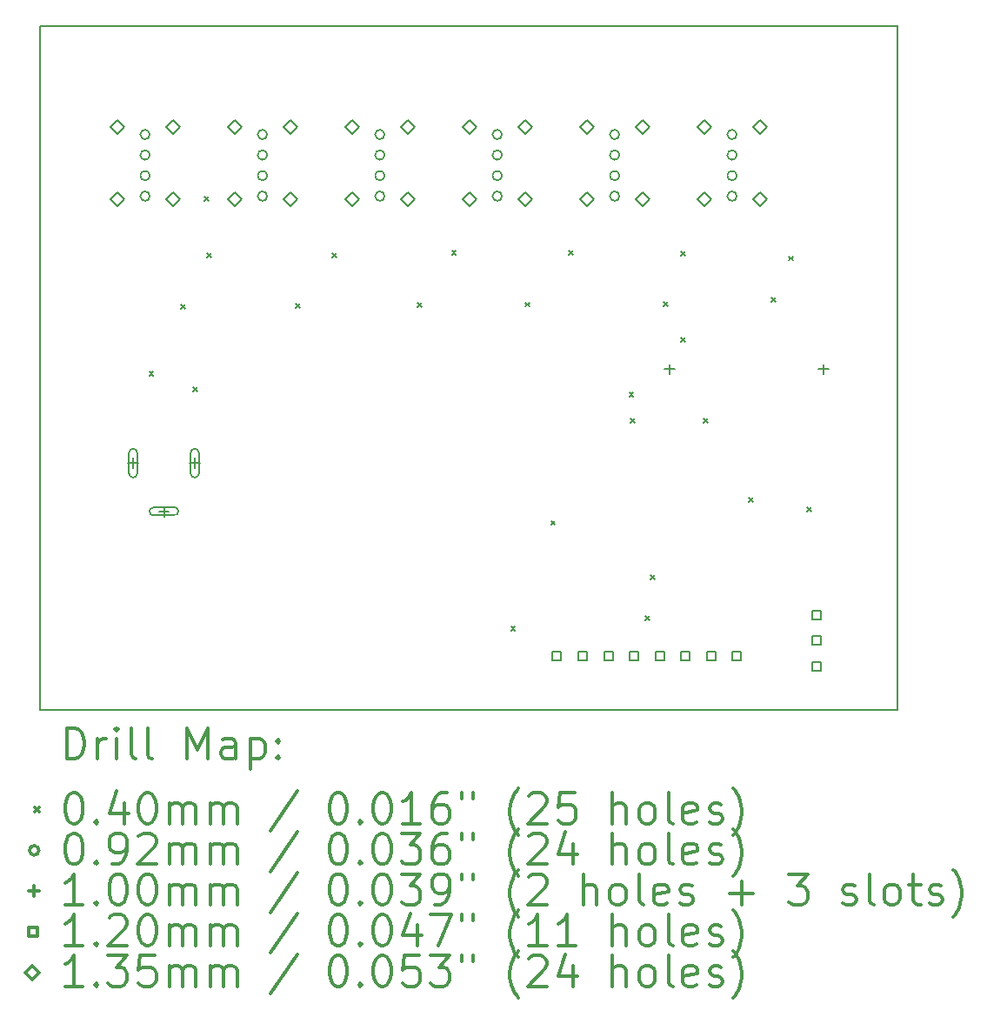
<source format=gbr>
%FSLAX45Y45*%
G04 Gerber Fmt 4.5, Leading zero omitted, Abs format (unit mm)*
G04 Created by KiCad (PCBNEW 4.0.1-stable) date 25.04.2016 17:12:57*
%MOMM*%
G01*
G04 APERTURE LIST*
%ADD10C,0.127000*%
%ADD11C,0.150000*%
%ADD12C,0.200000*%
%ADD13C,0.300000*%
G04 APERTURE END LIST*
D10*
D11*
X10030000Y-6540000D02*
X18380000Y-6540000D01*
X10030000Y-13200000D02*
X10030000Y-6540000D01*
X18380000Y-13200000D02*
X10030000Y-13200000D01*
X18380000Y-6530000D02*
X18380000Y-13200000D01*
D12*
X11097500Y-9907500D02*
X11137500Y-9947500D01*
X11137500Y-9907500D02*
X11097500Y-9947500D01*
X11407500Y-9255000D02*
X11447500Y-9295000D01*
X11447500Y-9255000D02*
X11407500Y-9295000D01*
X11522500Y-10055000D02*
X11562500Y-10095000D01*
X11562500Y-10055000D02*
X11522500Y-10095000D01*
X11632500Y-8202500D02*
X11672500Y-8242500D01*
X11672500Y-8202500D02*
X11632500Y-8242500D01*
X11660000Y-8755000D02*
X11700000Y-8795000D01*
X11700000Y-8755000D02*
X11660000Y-8795000D01*
X12522500Y-9242500D02*
X12562500Y-9282500D01*
X12562500Y-9242500D02*
X12522500Y-9282500D01*
X12880000Y-8752500D02*
X12920000Y-8792500D01*
X12920000Y-8752500D02*
X12880000Y-8792500D01*
X13707500Y-9237500D02*
X13747500Y-9277500D01*
X13747500Y-9237500D02*
X13707500Y-9277500D01*
X14042500Y-8730000D02*
X14082500Y-8770000D01*
X14082500Y-8730000D02*
X14042500Y-8770000D01*
X14620000Y-12385000D02*
X14660000Y-12425000D01*
X14660000Y-12385000D02*
X14620000Y-12425000D01*
X14757500Y-9232500D02*
X14797500Y-9272500D01*
X14797500Y-9232500D02*
X14757500Y-9272500D01*
X15007500Y-11357500D02*
X15047500Y-11397500D01*
X15047500Y-11357500D02*
X15007500Y-11397500D01*
X15182500Y-8727500D02*
X15222500Y-8767500D01*
X15222500Y-8727500D02*
X15182500Y-8767500D01*
X15770000Y-10110000D02*
X15810000Y-10150000D01*
X15810000Y-10110000D02*
X15770000Y-10150000D01*
X15785000Y-10362500D02*
X15825000Y-10402500D01*
X15825000Y-10362500D02*
X15785000Y-10402500D01*
X15930000Y-12282500D02*
X15970000Y-12322500D01*
X15970000Y-12282500D02*
X15930000Y-12322500D01*
X15977500Y-11887500D02*
X16017500Y-11927500D01*
X16017500Y-11887500D02*
X15977500Y-11927500D01*
X16105000Y-9227500D02*
X16145000Y-9267500D01*
X16145000Y-9227500D02*
X16105000Y-9267500D01*
X16272500Y-8735000D02*
X16312500Y-8775000D01*
X16312500Y-8735000D02*
X16272500Y-8775000D01*
X16272500Y-9577500D02*
X16312500Y-9617500D01*
X16312500Y-9577500D02*
X16272500Y-9617500D01*
X16495000Y-10360000D02*
X16535000Y-10400000D01*
X16535000Y-10360000D02*
X16495000Y-10400000D01*
X16935000Y-11132500D02*
X16975000Y-11172500D01*
X16975000Y-11132500D02*
X16935000Y-11172500D01*
X17155000Y-9182500D02*
X17195000Y-9222500D01*
X17195000Y-9182500D02*
X17155000Y-9222500D01*
X17325000Y-8782500D02*
X17365000Y-8822500D01*
X17365000Y-8782500D02*
X17325000Y-8822500D01*
X17502500Y-11227500D02*
X17542500Y-11267500D01*
X17542500Y-11227500D02*
X17502500Y-11267500D01*
X11102000Y-7597500D02*
G75*
G03X11102000Y-7597500I-46000J0D01*
G01*
X11102000Y-7797500D02*
G75*
G03X11102000Y-7797500I-46000J0D01*
G01*
X11102000Y-7997500D02*
G75*
G03X11102000Y-7997500I-46000J0D01*
G01*
X11102000Y-8197500D02*
G75*
G03X11102000Y-8197500I-46000J0D01*
G01*
X12245000Y-7597500D02*
G75*
G03X12245000Y-7597500I-46000J0D01*
G01*
X12245000Y-7797500D02*
G75*
G03X12245000Y-7797500I-46000J0D01*
G01*
X12245000Y-7997500D02*
G75*
G03X12245000Y-7997500I-46000J0D01*
G01*
X12245000Y-8197500D02*
G75*
G03X12245000Y-8197500I-46000J0D01*
G01*
X13388000Y-7597500D02*
G75*
G03X13388000Y-7597500I-46000J0D01*
G01*
X13388000Y-7797500D02*
G75*
G03X13388000Y-7797500I-46000J0D01*
G01*
X13388000Y-7997500D02*
G75*
G03X13388000Y-7997500I-46000J0D01*
G01*
X13388000Y-8197500D02*
G75*
G03X13388000Y-8197500I-46000J0D01*
G01*
X14531000Y-7597500D02*
G75*
G03X14531000Y-7597500I-46000J0D01*
G01*
X14531000Y-7797500D02*
G75*
G03X14531000Y-7797500I-46000J0D01*
G01*
X14531000Y-7997500D02*
G75*
G03X14531000Y-7997500I-46000J0D01*
G01*
X14531000Y-8197500D02*
G75*
G03X14531000Y-8197500I-46000J0D01*
G01*
X15674000Y-7597500D02*
G75*
G03X15674000Y-7597500I-46000J0D01*
G01*
X15674000Y-7797500D02*
G75*
G03X15674000Y-7797500I-46000J0D01*
G01*
X15674000Y-7997500D02*
G75*
G03X15674000Y-7997500I-46000J0D01*
G01*
X15674000Y-8197500D02*
G75*
G03X15674000Y-8197500I-46000J0D01*
G01*
X16817000Y-7597500D02*
G75*
G03X16817000Y-7597500I-46000J0D01*
G01*
X16817000Y-7797500D02*
G75*
G03X16817000Y-7797500I-46000J0D01*
G01*
X16817000Y-7997500D02*
G75*
G03X16817000Y-7997500I-46000J0D01*
G01*
X16817000Y-8197500D02*
G75*
G03X16817000Y-8197500I-46000J0D01*
G01*
X10940066Y-10744962D02*
X10940066Y-10845038D01*
X10890028Y-10795000D02*
X10990104Y-10795000D01*
X10900028Y-10695051D02*
X10900028Y-10894949D01*
X10980104Y-10695051D02*
X10980104Y-10894949D01*
X10900028Y-10894949D02*
G75*
G03X10980104Y-10894949I40038J0D01*
G01*
X10980104Y-10695051D02*
G75*
G03X10900028Y-10695051I-40038J0D01*
G01*
X11240040Y-11214862D02*
X11240040Y-11314938D01*
X11190002Y-11264900D02*
X11290078Y-11264900D01*
X11140091Y-11304938D02*
X11339989Y-11304938D01*
X11140091Y-11224862D02*
X11339989Y-11224862D01*
X11339989Y-11304938D02*
G75*
G03X11339989Y-11224862I0J40038D01*
G01*
X11140091Y-11224862D02*
G75*
G03X11140091Y-11304938I0J-40038D01*
G01*
X11540014Y-10744962D02*
X11540014Y-10845038D01*
X11489976Y-10795000D02*
X11590052Y-10795000D01*
X11499976Y-10695051D02*
X11499976Y-10894949D01*
X11580052Y-10695051D02*
X11580052Y-10894949D01*
X11499976Y-10894949D02*
G75*
G03X11580052Y-10894949I40038J0D01*
G01*
X11580052Y-10695051D02*
G75*
G03X11499976Y-10695051I-40038J0D01*
G01*
X16165000Y-9832462D02*
X16165000Y-9932538D01*
X16114962Y-9882500D02*
X16215038Y-9882500D01*
X17665000Y-9832462D02*
X17665000Y-9932538D01*
X17614962Y-9882500D02*
X17715038Y-9882500D01*
X15107427Y-12717427D02*
X15107427Y-12632573D01*
X15022573Y-12632573D01*
X15022573Y-12717427D01*
X15107427Y-12717427D01*
X15358727Y-12717427D02*
X15358727Y-12632573D01*
X15273873Y-12632573D01*
X15273873Y-12717427D01*
X15358727Y-12717427D01*
X15608727Y-12717427D02*
X15608727Y-12632573D01*
X15523873Y-12632573D01*
X15523873Y-12717427D01*
X15608727Y-12717427D01*
X15858727Y-12717427D02*
X15858727Y-12632573D01*
X15773873Y-12632573D01*
X15773873Y-12717427D01*
X15858727Y-12717427D01*
X16108727Y-12717427D02*
X16108727Y-12632573D01*
X16023873Y-12632573D01*
X16023873Y-12717427D01*
X16108727Y-12717427D01*
X16358727Y-12717427D02*
X16358727Y-12632573D01*
X16273873Y-12632573D01*
X16273873Y-12717427D01*
X16358727Y-12717427D01*
X16608727Y-12717427D02*
X16608727Y-12632573D01*
X16523873Y-12632573D01*
X16523873Y-12717427D01*
X16608727Y-12717427D01*
X16858727Y-12717427D02*
X16858727Y-12632573D01*
X16773873Y-12632573D01*
X16773873Y-12717427D01*
X16858727Y-12717427D01*
X17632427Y-12313427D02*
X17632427Y-12228573D01*
X17547573Y-12228573D01*
X17547573Y-12313427D01*
X17632427Y-12313427D01*
X17632427Y-12563427D02*
X17632427Y-12478573D01*
X17547573Y-12478573D01*
X17547573Y-12563427D01*
X17632427Y-12563427D01*
X17632427Y-12817427D02*
X17632427Y-12732573D01*
X17547573Y-12732573D01*
X17547573Y-12817427D01*
X17632427Y-12817427D01*
X10784000Y-7592000D02*
X10851500Y-7524500D01*
X10784000Y-7457000D01*
X10716500Y-7524500D01*
X10784000Y-7592000D01*
X10784000Y-8292000D02*
X10851500Y-8224500D01*
X10784000Y-8157000D01*
X10716500Y-8224500D01*
X10784000Y-8292000D01*
X11328000Y-7592000D02*
X11395500Y-7524500D01*
X11328000Y-7457000D01*
X11260500Y-7524500D01*
X11328000Y-7592000D01*
X11328000Y-8292000D02*
X11395500Y-8224500D01*
X11328000Y-8157000D01*
X11260500Y-8224500D01*
X11328000Y-8292000D01*
X11927000Y-7592000D02*
X11994500Y-7524500D01*
X11927000Y-7457000D01*
X11859500Y-7524500D01*
X11927000Y-7592000D01*
X11927000Y-8292000D02*
X11994500Y-8224500D01*
X11927000Y-8157000D01*
X11859500Y-8224500D01*
X11927000Y-8292000D01*
X12471000Y-7592000D02*
X12538500Y-7524500D01*
X12471000Y-7457000D01*
X12403500Y-7524500D01*
X12471000Y-7592000D01*
X12471000Y-8292000D02*
X12538500Y-8224500D01*
X12471000Y-8157000D01*
X12403500Y-8224500D01*
X12471000Y-8292000D01*
X13070000Y-7592000D02*
X13137500Y-7524500D01*
X13070000Y-7457000D01*
X13002500Y-7524500D01*
X13070000Y-7592000D01*
X13070000Y-8292000D02*
X13137500Y-8224500D01*
X13070000Y-8157000D01*
X13002500Y-8224500D01*
X13070000Y-8292000D01*
X13614000Y-7592000D02*
X13681500Y-7524500D01*
X13614000Y-7457000D01*
X13546500Y-7524500D01*
X13614000Y-7592000D01*
X13614000Y-8292000D02*
X13681500Y-8224500D01*
X13614000Y-8157000D01*
X13546500Y-8224500D01*
X13614000Y-8292000D01*
X14213000Y-7592000D02*
X14280500Y-7524500D01*
X14213000Y-7457000D01*
X14145500Y-7524500D01*
X14213000Y-7592000D01*
X14213000Y-8292000D02*
X14280500Y-8224500D01*
X14213000Y-8157000D01*
X14145500Y-8224500D01*
X14213000Y-8292000D01*
X14757000Y-7592000D02*
X14824500Y-7524500D01*
X14757000Y-7457000D01*
X14689500Y-7524500D01*
X14757000Y-7592000D01*
X14757000Y-8292000D02*
X14824500Y-8224500D01*
X14757000Y-8157000D01*
X14689500Y-8224500D01*
X14757000Y-8292000D01*
X15356000Y-7592000D02*
X15423500Y-7524500D01*
X15356000Y-7457000D01*
X15288500Y-7524500D01*
X15356000Y-7592000D01*
X15356000Y-8292000D02*
X15423500Y-8224500D01*
X15356000Y-8157000D01*
X15288500Y-8224500D01*
X15356000Y-8292000D01*
X15900000Y-7592000D02*
X15967500Y-7524500D01*
X15900000Y-7457000D01*
X15832500Y-7524500D01*
X15900000Y-7592000D01*
X15900000Y-8292000D02*
X15967500Y-8224500D01*
X15900000Y-8157000D01*
X15832500Y-8224500D01*
X15900000Y-8292000D01*
X16499000Y-7592000D02*
X16566500Y-7524500D01*
X16499000Y-7457000D01*
X16431500Y-7524500D01*
X16499000Y-7592000D01*
X16499000Y-8292000D02*
X16566500Y-8224500D01*
X16499000Y-8157000D01*
X16431500Y-8224500D01*
X16499000Y-8292000D01*
X17043000Y-7592000D02*
X17110500Y-7524500D01*
X17043000Y-7457000D01*
X16975500Y-7524500D01*
X17043000Y-7592000D01*
X17043000Y-8292000D02*
X17110500Y-8224500D01*
X17043000Y-8157000D01*
X16975500Y-8224500D01*
X17043000Y-8292000D01*
D13*
X10293929Y-13673214D02*
X10293929Y-13373214D01*
X10365357Y-13373214D01*
X10408214Y-13387500D01*
X10436786Y-13416071D01*
X10451071Y-13444643D01*
X10465357Y-13501786D01*
X10465357Y-13544643D01*
X10451071Y-13601786D01*
X10436786Y-13630357D01*
X10408214Y-13658929D01*
X10365357Y-13673214D01*
X10293929Y-13673214D01*
X10593929Y-13673214D02*
X10593929Y-13473214D01*
X10593929Y-13530357D02*
X10608214Y-13501786D01*
X10622500Y-13487500D01*
X10651071Y-13473214D01*
X10679643Y-13473214D01*
X10779643Y-13673214D02*
X10779643Y-13473214D01*
X10779643Y-13373214D02*
X10765357Y-13387500D01*
X10779643Y-13401786D01*
X10793929Y-13387500D01*
X10779643Y-13373214D01*
X10779643Y-13401786D01*
X10965357Y-13673214D02*
X10936786Y-13658929D01*
X10922500Y-13630357D01*
X10922500Y-13373214D01*
X11122500Y-13673214D02*
X11093929Y-13658929D01*
X11079643Y-13630357D01*
X11079643Y-13373214D01*
X11465357Y-13673214D02*
X11465357Y-13373214D01*
X11565357Y-13587500D01*
X11665357Y-13373214D01*
X11665357Y-13673214D01*
X11936786Y-13673214D02*
X11936786Y-13516071D01*
X11922500Y-13487500D01*
X11893928Y-13473214D01*
X11836786Y-13473214D01*
X11808214Y-13487500D01*
X11936786Y-13658929D02*
X11908214Y-13673214D01*
X11836786Y-13673214D01*
X11808214Y-13658929D01*
X11793928Y-13630357D01*
X11793928Y-13601786D01*
X11808214Y-13573214D01*
X11836786Y-13558929D01*
X11908214Y-13558929D01*
X11936786Y-13544643D01*
X12079643Y-13473214D02*
X12079643Y-13773214D01*
X12079643Y-13487500D02*
X12108214Y-13473214D01*
X12165357Y-13473214D01*
X12193928Y-13487500D01*
X12208214Y-13501786D01*
X12222500Y-13530357D01*
X12222500Y-13616071D01*
X12208214Y-13644643D01*
X12193928Y-13658929D01*
X12165357Y-13673214D01*
X12108214Y-13673214D01*
X12079643Y-13658929D01*
X12351071Y-13644643D02*
X12365357Y-13658929D01*
X12351071Y-13673214D01*
X12336786Y-13658929D01*
X12351071Y-13644643D01*
X12351071Y-13673214D01*
X12351071Y-13487500D02*
X12365357Y-13501786D01*
X12351071Y-13516071D01*
X12336786Y-13501786D01*
X12351071Y-13487500D01*
X12351071Y-13516071D01*
X9982500Y-14147500D02*
X10022500Y-14187500D01*
X10022500Y-14147500D02*
X9982500Y-14187500D01*
X10351071Y-14003214D02*
X10379643Y-14003214D01*
X10408214Y-14017500D01*
X10422500Y-14031786D01*
X10436786Y-14060357D01*
X10451071Y-14117500D01*
X10451071Y-14188929D01*
X10436786Y-14246071D01*
X10422500Y-14274643D01*
X10408214Y-14288929D01*
X10379643Y-14303214D01*
X10351071Y-14303214D01*
X10322500Y-14288929D01*
X10308214Y-14274643D01*
X10293929Y-14246071D01*
X10279643Y-14188929D01*
X10279643Y-14117500D01*
X10293929Y-14060357D01*
X10308214Y-14031786D01*
X10322500Y-14017500D01*
X10351071Y-14003214D01*
X10579643Y-14274643D02*
X10593929Y-14288929D01*
X10579643Y-14303214D01*
X10565357Y-14288929D01*
X10579643Y-14274643D01*
X10579643Y-14303214D01*
X10851071Y-14103214D02*
X10851071Y-14303214D01*
X10779643Y-13988929D02*
X10708214Y-14203214D01*
X10893928Y-14203214D01*
X11065357Y-14003214D02*
X11093929Y-14003214D01*
X11122500Y-14017500D01*
X11136786Y-14031786D01*
X11151071Y-14060357D01*
X11165357Y-14117500D01*
X11165357Y-14188929D01*
X11151071Y-14246071D01*
X11136786Y-14274643D01*
X11122500Y-14288929D01*
X11093929Y-14303214D01*
X11065357Y-14303214D01*
X11036786Y-14288929D01*
X11022500Y-14274643D01*
X11008214Y-14246071D01*
X10993929Y-14188929D01*
X10993929Y-14117500D01*
X11008214Y-14060357D01*
X11022500Y-14031786D01*
X11036786Y-14017500D01*
X11065357Y-14003214D01*
X11293928Y-14303214D02*
X11293928Y-14103214D01*
X11293928Y-14131786D02*
X11308214Y-14117500D01*
X11336786Y-14103214D01*
X11379643Y-14103214D01*
X11408214Y-14117500D01*
X11422500Y-14146071D01*
X11422500Y-14303214D01*
X11422500Y-14146071D02*
X11436786Y-14117500D01*
X11465357Y-14103214D01*
X11508214Y-14103214D01*
X11536786Y-14117500D01*
X11551071Y-14146071D01*
X11551071Y-14303214D01*
X11693928Y-14303214D02*
X11693928Y-14103214D01*
X11693928Y-14131786D02*
X11708214Y-14117500D01*
X11736786Y-14103214D01*
X11779643Y-14103214D01*
X11808214Y-14117500D01*
X11822500Y-14146071D01*
X11822500Y-14303214D01*
X11822500Y-14146071D02*
X11836786Y-14117500D01*
X11865357Y-14103214D01*
X11908214Y-14103214D01*
X11936786Y-14117500D01*
X11951071Y-14146071D01*
X11951071Y-14303214D01*
X12536786Y-13988929D02*
X12279643Y-14374643D01*
X12922500Y-14003214D02*
X12951071Y-14003214D01*
X12979643Y-14017500D01*
X12993928Y-14031786D01*
X13008214Y-14060357D01*
X13022500Y-14117500D01*
X13022500Y-14188929D01*
X13008214Y-14246071D01*
X12993928Y-14274643D01*
X12979643Y-14288929D01*
X12951071Y-14303214D01*
X12922500Y-14303214D01*
X12893928Y-14288929D01*
X12879643Y-14274643D01*
X12865357Y-14246071D01*
X12851071Y-14188929D01*
X12851071Y-14117500D01*
X12865357Y-14060357D01*
X12879643Y-14031786D01*
X12893928Y-14017500D01*
X12922500Y-14003214D01*
X13151071Y-14274643D02*
X13165357Y-14288929D01*
X13151071Y-14303214D01*
X13136786Y-14288929D01*
X13151071Y-14274643D01*
X13151071Y-14303214D01*
X13351071Y-14003214D02*
X13379643Y-14003214D01*
X13408214Y-14017500D01*
X13422500Y-14031786D01*
X13436785Y-14060357D01*
X13451071Y-14117500D01*
X13451071Y-14188929D01*
X13436785Y-14246071D01*
X13422500Y-14274643D01*
X13408214Y-14288929D01*
X13379643Y-14303214D01*
X13351071Y-14303214D01*
X13322500Y-14288929D01*
X13308214Y-14274643D01*
X13293928Y-14246071D01*
X13279643Y-14188929D01*
X13279643Y-14117500D01*
X13293928Y-14060357D01*
X13308214Y-14031786D01*
X13322500Y-14017500D01*
X13351071Y-14003214D01*
X13736785Y-14303214D02*
X13565357Y-14303214D01*
X13651071Y-14303214D02*
X13651071Y-14003214D01*
X13622500Y-14046071D01*
X13593928Y-14074643D01*
X13565357Y-14088929D01*
X13993928Y-14003214D02*
X13936785Y-14003214D01*
X13908214Y-14017500D01*
X13893928Y-14031786D01*
X13865357Y-14074643D01*
X13851071Y-14131786D01*
X13851071Y-14246071D01*
X13865357Y-14274643D01*
X13879643Y-14288929D01*
X13908214Y-14303214D01*
X13965357Y-14303214D01*
X13993928Y-14288929D01*
X14008214Y-14274643D01*
X14022500Y-14246071D01*
X14022500Y-14174643D01*
X14008214Y-14146071D01*
X13993928Y-14131786D01*
X13965357Y-14117500D01*
X13908214Y-14117500D01*
X13879643Y-14131786D01*
X13865357Y-14146071D01*
X13851071Y-14174643D01*
X14136786Y-14003214D02*
X14136786Y-14060357D01*
X14251071Y-14003214D02*
X14251071Y-14060357D01*
X14693928Y-14417500D02*
X14679643Y-14403214D01*
X14651071Y-14360357D01*
X14636785Y-14331786D01*
X14622500Y-14288929D01*
X14608214Y-14217500D01*
X14608214Y-14160357D01*
X14622500Y-14088929D01*
X14636785Y-14046071D01*
X14651071Y-14017500D01*
X14679643Y-13974643D01*
X14693928Y-13960357D01*
X14793928Y-14031786D02*
X14808214Y-14017500D01*
X14836785Y-14003214D01*
X14908214Y-14003214D01*
X14936785Y-14017500D01*
X14951071Y-14031786D01*
X14965357Y-14060357D01*
X14965357Y-14088929D01*
X14951071Y-14131786D01*
X14779643Y-14303214D01*
X14965357Y-14303214D01*
X15236785Y-14003214D02*
X15093928Y-14003214D01*
X15079643Y-14146071D01*
X15093928Y-14131786D01*
X15122500Y-14117500D01*
X15193928Y-14117500D01*
X15222500Y-14131786D01*
X15236785Y-14146071D01*
X15251071Y-14174643D01*
X15251071Y-14246071D01*
X15236785Y-14274643D01*
X15222500Y-14288929D01*
X15193928Y-14303214D01*
X15122500Y-14303214D01*
X15093928Y-14288929D01*
X15079643Y-14274643D01*
X15608214Y-14303214D02*
X15608214Y-14003214D01*
X15736785Y-14303214D02*
X15736785Y-14146071D01*
X15722500Y-14117500D01*
X15693928Y-14103214D01*
X15651071Y-14103214D01*
X15622500Y-14117500D01*
X15608214Y-14131786D01*
X15922500Y-14303214D02*
X15893928Y-14288929D01*
X15879643Y-14274643D01*
X15865357Y-14246071D01*
X15865357Y-14160357D01*
X15879643Y-14131786D01*
X15893928Y-14117500D01*
X15922500Y-14103214D01*
X15965357Y-14103214D01*
X15993928Y-14117500D01*
X16008214Y-14131786D01*
X16022500Y-14160357D01*
X16022500Y-14246071D01*
X16008214Y-14274643D01*
X15993928Y-14288929D01*
X15965357Y-14303214D01*
X15922500Y-14303214D01*
X16193928Y-14303214D02*
X16165357Y-14288929D01*
X16151071Y-14260357D01*
X16151071Y-14003214D01*
X16422500Y-14288929D02*
X16393928Y-14303214D01*
X16336786Y-14303214D01*
X16308214Y-14288929D01*
X16293928Y-14260357D01*
X16293928Y-14146071D01*
X16308214Y-14117500D01*
X16336786Y-14103214D01*
X16393928Y-14103214D01*
X16422500Y-14117500D01*
X16436786Y-14146071D01*
X16436786Y-14174643D01*
X16293928Y-14203214D01*
X16551071Y-14288929D02*
X16579643Y-14303214D01*
X16636786Y-14303214D01*
X16665357Y-14288929D01*
X16679643Y-14260357D01*
X16679643Y-14246071D01*
X16665357Y-14217500D01*
X16636786Y-14203214D01*
X16593928Y-14203214D01*
X16565357Y-14188929D01*
X16551071Y-14160357D01*
X16551071Y-14146071D01*
X16565357Y-14117500D01*
X16593928Y-14103214D01*
X16636786Y-14103214D01*
X16665357Y-14117500D01*
X16779643Y-14417500D02*
X16793929Y-14403214D01*
X16822500Y-14360357D01*
X16836786Y-14331786D01*
X16851071Y-14288929D01*
X16865357Y-14217500D01*
X16865357Y-14160357D01*
X16851071Y-14088929D01*
X16836786Y-14046071D01*
X16822500Y-14017500D01*
X16793929Y-13974643D01*
X16779643Y-13960357D01*
X10022500Y-14563500D02*
G75*
G03X10022500Y-14563500I-46000J0D01*
G01*
X10351071Y-14399214D02*
X10379643Y-14399214D01*
X10408214Y-14413500D01*
X10422500Y-14427786D01*
X10436786Y-14456357D01*
X10451071Y-14513500D01*
X10451071Y-14584929D01*
X10436786Y-14642071D01*
X10422500Y-14670643D01*
X10408214Y-14684929D01*
X10379643Y-14699214D01*
X10351071Y-14699214D01*
X10322500Y-14684929D01*
X10308214Y-14670643D01*
X10293929Y-14642071D01*
X10279643Y-14584929D01*
X10279643Y-14513500D01*
X10293929Y-14456357D01*
X10308214Y-14427786D01*
X10322500Y-14413500D01*
X10351071Y-14399214D01*
X10579643Y-14670643D02*
X10593929Y-14684929D01*
X10579643Y-14699214D01*
X10565357Y-14684929D01*
X10579643Y-14670643D01*
X10579643Y-14699214D01*
X10736786Y-14699214D02*
X10793928Y-14699214D01*
X10822500Y-14684929D01*
X10836786Y-14670643D01*
X10865357Y-14627786D01*
X10879643Y-14570643D01*
X10879643Y-14456357D01*
X10865357Y-14427786D01*
X10851071Y-14413500D01*
X10822500Y-14399214D01*
X10765357Y-14399214D01*
X10736786Y-14413500D01*
X10722500Y-14427786D01*
X10708214Y-14456357D01*
X10708214Y-14527786D01*
X10722500Y-14556357D01*
X10736786Y-14570643D01*
X10765357Y-14584929D01*
X10822500Y-14584929D01*
X10851071Y-14570643D01*
X10865357Y-14556357D01*
X10879643Y-14527786D01*
X10993929Y-14427786D02*
X11008214Y-14413500D01*
X11036786Y-14399214D01*
X11108214Y-14399214D01*
X11136786Y-14413500D01*
X11151071Y-14427786D01*
X11165357Y-14456357D01*
X11165357Y-14484929D01*
X11151071Y-14527786D01*
X10979643Y-14699214D01*
X11165357Y-14699214D01*
X11293928Y-14699214D02*
X11293928Y-14499214D01*
X11293928Y-14527786D02*
X11308214Y-14513500D01*
X11336786Y-14499214D01*
X11379643Y-14499214D01*
X11408214Y-14513500D01*
X11422500Y-14542071D01*
X11422500Y-14699214D01*
X11422500Y-14542071D02*
X11436786Y-14513500D01*
X11465357Y-14499214D01*
X11508214Y-14499214D01*
X11536786Y-14513500D01*
X11551071Y-14542071D01*
X11551071Y-14699214D01*
X11693928Y-14699214D02*
X11693928Y-14499214D01*
X11693928Y-14527786D02*
X11708214Y-14513500D01*
X11736786Y-14499214D01*
X11779643Y-14499214D01*
X11808214Y-14513500D01*
X11822500Y-14542071D01*
X11822500Y-14699214D01*
X11822500Y-14542071D02*
X11836786Y-14513500D01*
X11865357Y-14499214D01*
X11908214Y-14499214D01*
X11936786Y-14513500D01*
X11951071Y-14542071D01*
X11951071Y-14699214D01*
X12536786Y-14384929D02*
X12279643Y-14770643D01*
X12922500Y-14399214D02*
X12951071Y-14399214D01*
X12979643Y-14413500D01*
X12993928Y-14427786D01*
X13008214Y-14456357D01*
X13022500Y-14513500D01*
X13022500Y-14584929D01*
X13008214Y-14642071D01*
X12993928Y-14670643D01*
X12979643Y-14684929D01*
X12951071Y-14699214D01*
X12922500Y-14699214D01*
X12893928Y-14684929D01*
X12879643Y-14670643D01*
X12865357Y-14642071D01*
X12851071Y-14584929D01*
X12851071Y-14513500D01*
X12865357Y-14456357D01*
X12879643Y-14427786D01*
X12893928Y-14413500D01*
X12922500Y-14399214D01*
X13151071Y-14670643D02*
X13165357Y-14684929D01*
X13151071Y-14699214D01*
X13136786Y-14684929D01*
X13151071Y-14670643D01*
X13151071Y-14699214D01*
X13351071Y-14399214D02*
X13379643Y-14399214D01*
X13408214Y-14413500D01*
X13422500Y-14427786D01*
X13436785Y-14456357D01*
X13451071Y-14513500D01*
X13451071Y-14584929D01*
X13436785Y-14642071D01*
X13422500Y-14670643D01*
X13408214Y-14684929D01*
X13379643Y-14699214D01*
X13351071Y-14699214D01*
X13322500Y-14684929D01*
X13308214Y-14670643D01*
X13293928Y-14642071D01*
X13279643Y-14584929D01*
X13279643Y-14513500D01*
X13293928Y-14456357D01*
X13308214Y-14427786D01*
X13322500Y-14413500D01*
X13351071Y-14399214D01*
X13551071Y-14399214D02*
X13736785Y-14399214D01*
X13636785Y-14513500D01*
X13679643Y-14513500D01*
X13708214Y-14527786D01*
X13722500Y-14542071D01*
X13736785Y-14570643D01*
X13736785Y-14642071D01*
X13722500Y-14670643D01*
X13708214Y-14684929D01*
X13679643Y-14699214D01*
X13593928Y-14699214D01*
X13565357Y-14684929D01*
X13551071Y-14670643D01*
X13993928Y-14399214D02*
X13936785Y-14399214D01*
X13908214Y-14413500D01*
X13893928Y-14427786D01*
X13865357Y-14470643D01*
X13851071Y-14527786D01*
X13851071Y-14642071D01*
X13865357Y-14670643D01*
X13879643Y-14684929D01*
X13908214Y-14699214D01*
X13965357Y-14699214D01*
X13993928Y-14684929D01*
X14008214Y-14670643D01*
X14022500Y-14642071D01*
X14022500Y-14570643D01*
X14008214Y-14542071D01*
X13993928Y-14527786D01*
X13965357Y-14513500D01*
X13908214Y-14513500D01*
X13879643Y-14527786D01*
X13865357Y-14542071D01*
X13851071Y-14570643D01*
X14136786Y-14399214D02*
X14136786Y-14456357D01*
X14251071Y-14399214D02*
X14251071Y-14456357D01*
X14693928Y-14813500D02*
X14679643Y-14799214D01*
X14651071Y-14756357D01*
X14636785Y-14727786D01*
X14622500Y-14684929D01*
X14608214Y-14613500D01*
X14608214Y-14556357D01*
X14622500Y-14484929D01*
X14636785Y-14442071D01*
X14651071Y-14413500D01*
X14679643Y-14370643D01*
X14693928Y-14356357D01*
X14793928Y-14427786D02*
X14808214Y-14413500D01*
X14836785Y-14399214D01*
X14908214Y-14399214D01*
X14936785Y-14413500D01*
X14951071Y-14427786D01*
X14965357Y-14456357D01*
X14965357Y-14484929D01*
X14951071Y-14527786D01*
X14779643Y-14699214D01*
X14965357Y-14699214D01*
X15222500Y-14499214D02*
X15222500Y-14699214D01*
X15151071Y-14384929D02*
X15079643Y-14599214D01*
X15265357Y-14599214D01*
X15608214Y-14699214D02*
X15608214Y-14399214D01*
X15736785Y-14699214D02*
X15736785Y-14542071D01*
X15722500Y-14513500D01*
X15693928Y-14499214D01*
X15651071Y-14499214D01*
X15622500Y-14513500D01*
X15608214Y-14527786D01*
X15922500Y-14699214D02*
X15893928Y-14684929D01*
X15879643Y-14670643D01*
X15865357Y-14642071D01*
X15865357Y-14556357D01*
X15879643Y-14527786D01*
X15893928Y-14513500D01*
X15922500Y-14499214D01*
X15965357Y-14499214D01*
X15993928Y-14513500D01*
X16008214Y-14527786D01*
X16022500Y-14556357D01*
X16022500Y-14642071D01*
X16008214Y-14670643D01*
X15993928Y-14684929D01*
X15965357Y-14699214D01*
X15922500Y-14699214D01*
X16193928Y-14699214D02*
X16165357Y-14684929D01*
X16151071Y-14656357D01*
X16151071Y-14399214D01*
X16422500Y-14684929D02*
X16393928Y-14699214D01*
X16336786Y-14699214D01*
X16308214Y-14684929D01*
X16293928Y-14656357D01*
X16293928Y-14542071D01*
X16308214Y-14513500D01*
X16336786Y-14499214D01*
X16393928Y-14499214D01*
X16422500Y-14513500D01*
X16436786Y-14542071D01*
X16436786Y-14570643D01*
X16293928Y-14599214D01*
X16551071Y-14684929D02*
X16579643Y-14699214D01*
X16636786Y-14699214D01*
X16665357Y-14684929D01*
X16679643Y-14656357D01*
X16679643Y-14642071D01*
X16665357Y-14613500D01*
X16636786Y-14599214D01*
X16593928Y-14599214D01*
X16565357Y-14584929D01*
X16551071Y-14556357D01*
X16551071Y-14542071D01*
X16565357Y-14513500D01*
X16593928Y-14499214D01*
X16636786Y-14499214D01*
X16665357Y-14513500D01*
X16779643Y-14813500D02*
X16793929Y-14799214D01*
X16822500Y-14756357D01*
X16836786Y-14727786D01*
X16851071Y-14684929D01*
X16865357Y-14613500D01*
X16865357Y-14556357D01*
X16851071Y-14484929D01*
X16836786Y-14442071D01*
X16822500Y-14413500D01*
X16793929Y-14370643D01*
X16779643Y-14356357D01*
X9972462Y-14909462D02*
X9972462Y-15009538D01*
X9922424Y-14959500D02*
X10022500Y-14959500D01*
X10451071Y-15095214D02*
X10279643Y-15095214D01*
X10365357Y-15095214D02*
X10365357Y-14795214D01*
X10336786Y-14838071D01*
X10308214Y-14866643D01*
X10279643Y-14880929D01*
X10579643Y-15066643D02*
X10593929Y-15080929D01*
X10579643Y-15095214D01*
X10565357Y-15080929D01*
X10579643Y-15066643D01*
X10579643Y-15095214D01*
X10779643Y-14795214D02*
X10808214Y-14795214D01*
X10836786Y-14809500D01*
X10851071Y-14823786D01*
X10865357Y-14852357D01*
X10879643Y-14909500D01*
X10879643Y-14980929D01*
X10865357Y-15038071D01*
X10851071Y-15066643D01*
X10836786Y-15080929D01*
X10808214Y-15095214D01*
X10779643Y-15095214D01*
X10751071Y-15080929D01*
X10736786Y-15066643D01*
X10722500Y-15038071D01*
X10708214Y-14980929D01*
X10708214Y-14909500D01*
X10722500Y-14852357D01*
X10736786Y-14823786D01*
X10751071Y-14809500D01*
X10779643Y-14795214D01*
X11065357Y-14795214D02*
X11093929Y-14795214D01*
X11122500Y-14809500D01*
X11136786Y-14823786D01*
X11151071Y-14852357D01*
X11165357Y-14909500D01*
X11165357Y-14980929D01*
X11151071Y-15038071D01*
X11136786Y-15066643D01*
X11122500Y-15080929D01*
X11093929Y-15095214D01*
X11065357Y-15095214D01*
X11036786Y-15080929D01*
X11022500Y-15066643D01*
X11008214Y-15038071D01*
X10993929Y-14980929D01*
X10993929Y-14909500D01*
X11008214Y-14852357D01*
X11022500Y-14823786D01*
X11036786Y-14809500D01*
X11065357Y-14795214D01*
X11293928Y-15095214D02*
X11293928Y-14895214D01*
X11293928Y-14923786D02*
X11308214Y-14909500D01*
X11336786Y-14895214D01*
X11379643Y-14895214D01*
X11408214Y-14909500D01*
X11422500Y-14938071D01*
X11422500Y-15095214D01*
X11422500Y-14938071D02*
X11436786Y-14909500D01*
X11465357Y-14895214D01*
X11508214Y-14895214D01*
X11536786Y-14909500D01*
X11551071Y-14938071D01*
X11551071Y-15095214D01*
X11693928Y-15095214D02*
X11693928Y-14895214D01*
X11693928Y-14923786D02*
X11708214Y-14909500D01*
X11736786Y-14895214D01*
X11779643Y-14895214D01*
X11808214Y-14909500D01*
X11822500Y-14938071D01*
X11822500Y-15095214D01*
X11822500Y-14938071D02*
X11836786Y-14909500D01*
X11865357Y-14895214D01*
X11908214Y-14895214D01*
X11936786Y-14909500D01*
X11951071Y-14938071D01*
X11951071Y-15095214D01*
X12536786Y-14780929D02*
X12279643Y-15166643D01*
X12922500Y-14795214D02*
X12951071Y-14795214D01*
X12979643Y-14809500D01*
X12993928Y-14823786D01*
X13008214Y-14852357D01*
X13022500Y-14909500D01*
X13022500Y-14980929D01*
X13008214Y-15038071D01*
X12993928Y-15066643D01*
X12979643Y-15080929D01*
X12951071Y-15095214D01*
X12922500Y-15095214D01*
X12893928Y-15080929D01*
X12879643Y-15066643D01*
X12865357Y-15038071D01*
X12851071Y-14980929D01*
X12851071Y-14909500D01*
X12865357Y-14852357D01*
X12879643Y-14823786D01*
X12893928Y-14809500D01*
X12922500Y-14795214D01*
X13151071Y-15066643D02*
X13165357Y-15080929D01*
X13151071Y-15095214D01*
X13136786Y-15080929D01*
X13151071Y-15066643D01*
X13151071Y-15095214D01*
X13351071Y-14795214D02*
X13379643Y-14795214D01*
X13408214Y-14809500D01*
X13422500Y-14823786D01*
X13436785Y-14852357D01*
X13451071Y-14909500D01*
X13451071Y-14980929D01*
X13436785Y-15038071D01*
X13422500Y-15066643D01*
X13408214Y-15080929D01*
X13379643Y-15095214D01*
X13351071Y-15095214D01*
X13322500Y-15080929D01*
X13308214Y-15066643D01*
X13293928Y-15038071D01*
X13279643Y-14980929D01*
X13279643Y-14909500D01*
X13293928Y-14852357D01*
X13308214Y-14823786D01*
X13322500Y-14809500D01*
X13351071Y-14795214D01*
X13551071Y-14795214D02*
X13736785Y-14795214D01*
X13636785Y-14909500D01*
X13679643Y-14909500D01*
X13708214Y-14923786D01*
X13722500Y-14938071D01*
X13736785Y-14966643D01*
X13736785Y-15038071D01*
X13722500Y-15066643D01*
X13708214Y-15080929D01*
X13679643Y-15095214D01*
X13593928Y-15095214D01*
X13565357Y-15080929D01*
X13551071Y-15066643D01*
X13879643Y-15095214D02*
X13936785Y-15095214D01*
X13965357Y-15080929D01*
X13979643Y-15066643D01*
X14008214Y-15023786D01*
X14022500Y-14966643D01*
X14022500Y-14852357D01*
X14008214Y-14823786D01*
X13993928Y-14809500D01*
X13965357Y-14795214D01*
X13908214Y-14795214D01*
X13879643Y-14809500D01*
X13865357Y-14823786D01*
X13851071Y-14852357D01*
X13851071Y-14923786D01*
X13865357Y-14952357D01*
X13879643Y-14966643D01*
X13908214Y-14980929D01*
X13965357Y-14980929D01*
X13993928Y-14966643D01*
X14008214Y-14952357D01*
X14022500Y-14923786D01*
X14136786Y-14795214D02*
X14136786Y-14852357D01*
X14251071Y-14795214D02*
X14251071Y-14852357D01*
X14693928Y-15209500D02*
X14679643Y-15195214D01*
X14651071Y-15152357D01*
X14636785Y-15123786D01*
X14622500Y-15080929D01*
X14608214Y-15009500D01*
X14608214Y-14952357D01*
X14622500Y-14880929D01*
X14636785Y-14838071D01*
X14651071Y-14809500D01*
X14679643Y-14766643D01*
X14693928Y-14752357D01*
X14793928Y-14823786D02*
X14808214Y-14809500D01*
X14836785Y-14795214D01*
X14908214Y-14795214D01*
X14936785Y-14809500D01*
X14951071Y-14823786D01*
X14965357Y-14852357D01*
X14965357Y-14880929D01*
X14951071Y-14923786D01*
X14779643Y-15095214D01*
X14965357Y-15095214D01*
X15322500Y-15095214D02*
X15322500Y-14795214D01*
X15451071Y-15095214D02*
X15451071Y-14938071D01*
X15436785Y-14909500D01*
X15408214Y-14895214D01*
X15365357Y-14895214D01*
X15336785Y-14909500D01*
X15322500Y-14923786D01*
X15636785Y-15095214D02*
X15608214Y-15080929D01*
X15593928Y-15066643D01*
X15579643Y-15038071D01*
X15579643Y-14952357D01*
X15593928Y-14923786D01*
X15608214Y-14909500D01*
X15636785Y-14895214D01*
X15679643Y-14895214D01*
X15708214Y-14909500D01*
X15722500Y-14923786D01*
X15736785Y-14952357D01*
X15736785Y-15038071D01*
X15722500Y-15066643D01*
X15708214Y-15080929D01*
X15679643Y-15095214D01*
X15636785Y-15095214D01*
X15908214Y-15095214D02*
X15879643Y-15080929D01*
X15865357Y-15052357D01*
X15865357Y-14795214D01*
X16136786Y-15080929D02*
X16108214Y-15095214D01*
X16051071Y-15095214D01*
X16022500Y-15080929D01*
X16008214Y-15052357D01*
X16008214Y-14938071D01*
X16022500Y-14909500D01*
X16051071Y-14895214D01*
X16108214Y-14895214D01*
X16136786Y-14909500D01*
X16151071Y-14938071D01*
X16151071Y-14966643D01*
X16008214Y-14995214D01*
X16265357Y-15080929D02*
X16293928Y-15095214D01*
X16351071Y-15095214D01*
X16379643Y-15080929D01*
X16393928Y-15052357D01*
X16393928Y-15038071D01*
X16379643Y-15009500D01*
X16351071Y-14995214D01*
X16308214Y-14995214D01*
X16279643Y-14980929D01*
X16265357Y-14952357D01*
X16265357Y-14938071D01*
X16279643Y-14909500D01*
X16308214Y-14895214D01*
X16351071Y-14895214D01*
X16379643Y-14909500D01*
X16751071Y-14980929D02*
X16979643Y-14980929D01*
X16865357Y-15095214D02*
X16865357Y-14866643D01*
X17322500Y-14795214D02*
X17508214Y-14795214D01*
X17408214Y-14909500D01*
X17451071Y-14909500D01*
X17479643Y-14923786D01*
X17493928Y-14938071D01*
X17508214Y-14966643D01*
X17508214Y-15038071D01*
X17493928Y-15066643D01*
X17479643Y-15080929D01*
X17451071Y-15095214D01*
X17365357Y-15095214D01*
X17336786Y-15080929D01*
X17322500Y-15066643D01*
X17851071Y-15080929D02*
X17879643Y-15095214D01*
X17936786Y-15095214D01*
X17965357Y-15080929D01*
X17979643Y-15052357D01*
X17979643Y-15038071D01*
X17965357Y-15009500D01*
X17936786Y-14995214D01*
X17893928Y-14995214D01*
X17865357Y-14980929D01*
X17851071Y-14952357D01*
X17851071Y-14938071D01*
X17865357Y-14909500D01*
X17893928Y-14895214D01*
X17936786Y-14895214D01*
X17965357Y-14909500D01*
X18151071Y-15095214D02*
X18122500Y-15080929D01*
X18108214Y-15052357D01*
X18108214Y-14795214D01*
X18308214Y-15095214D02*
X18279643Y-15080929D01*
X18265357Y-15066643D01*
X18251071Y-15038071D01*
X18251071Y-14952357D01*
X18265357Y-14923786D01*
X18279643Y-14909500D01*
X18308214Y-14895214D01*
X18351071Y-14895214D01*
X18379643Y-14909500D01*
X18393928Y-14923786D01*
X18408214Y-14952357D01*
X18408214Y-15038071D01*
X18393928Y-15066643D01*
X18379643Y-15080929D01*
X18351071Y-15095214D01*
X18308214Y-15095214D01*
X18493928Y-14895214D02*
X18608214Y-14895214D01*
X18536786Y-14795214D02*
X18536786Y-15052357D01*
X18551071Y-15080929D01*
X18579643Y-15095214D01*
X18608214Y-15095214D01*
X18693929Y-15080929D02*
X18722500Y-15095214D01*
X18779643Y-15095214D01*
X18808214Y-15080929D01*
X18822500Y-15052357D01*
X18822500Y-15038071D01*
X18808214Y-15009500D01*
X18779643Y-14995214D01*
X18736786Y-14995214D01*
X18708214Y-14980929D01*
X18693929Y-14952357D01*
X18693929Y-14938071D01*
X18708214Y-14909500D01*
X18736786Y-14895214D01*
X18779643Y-14895214D01*
X18808214Y-14909500D01*
X18922500Y-15209500D02*
X18936786Y-15195214D01*
X18965357Y-15152357D01*
X18979643Y-15123786D01*
X18993928Y-15080929D01*
X19008214Y-15009500D01*
X19008214Y-14952357D01*
X18993928Y-14880929D01*
X18979643Y-14838071D01*
X18965357Y-14809500D01*
X18936786Y-14766643D01*
X18922500Y-14752357D01*
X10004927Y-15397927D02*
X10004927Y-15313073D01*
X9920073Y-15313073D01*
X9920073Y-15397927D01*
X10004927Y-15397927D01*
X10451071Y-15491214D02*
X10279643Y-15491214D01*
X10365357Y-15491214D02*
X10365357Y-15191214D01*
X10336786Y-15234071D01*
X10308214Y-15262643D01*
X10279643Y-15276929D01*
X10579643Y-15462643D02*
X10593929Y-15476929D01*
X10579643Y-15491214D01*
X10565357Y-15476929D01*
X10579643Y-15462643D01*
X10579643Y-15491214D01*
X10708214Y-15219786D02*
X10722500Y-15205500D01*
X10751071Y-15191214D01*
X10822500Y-15191214D01*
X10851071Y-15205500D01*
X10865357Y-15219786D01*
X10879643Y-15248357D01*
X10879643Y-15276929D01*
X10865357Y-15319786D01*
X10693928Y-15491214D01*
X10879643Y-15491214D01*
X11065357Y-15191214D02*
X11093929Y-15191214D01*
X11122500Y-15205500D01*
X11136786Y-15219786D01*
X11151071Y-15248357D01*
X11165357Y-15305500D01*
X11165357Y-15376929D01*
X11151071Y-15434071D01*
X11136786Y-15462643D01*
X11122500Y-15476929D01*
X11093929Y-15491214D01*
X11065357Y-15491214D01*
X11036786Y-15476929D01*
X11022500Y-15462643D01*
X11008214Y-15434071D01*
X10993929Y-15376929D01*
X10993929Y-15305500D01*
X11008214Y-15248357D01*
X11022500Y-15219786D01*
X11036786Y-15205500D01*
X11065357Y-15191214D01*
X11293928Y-15491214D02*
X11293928Y-15291214D01*
X11293928Y-15319786D02*
X11308214Y-15305500D01*
X11336786Y-15291214D01*
X11379643Y-15291214D01*
X11408214Y-15305500D01*
X11422500Y-15334071D01*
X11422500Y-15491214D01*
X11422500Y-15334071D02*
X11436786Y-15305500D01*
X11465357Y-15291214D01*
X11508214Y-15291214D01*
X11536786Y-15305500D01*
X11551071Y-15334071D01*
X11551071Y-15491214D01*
X11693928Y-15491214D02*
X11693928Y-15291214D01*
X11693928Y-15319786D02*
X11708214Y-15305500D01*
X11736786Y-15291214D01*
X11779643Y-15291214D01*
X11808214Y-15305500D01*
X11822500Y-15334071D01*
X11822500Y-15491214D01*
X11822500Y-15334071D02*
X11836786Y-15305500D01*
X11865357Y-15291214D01*
X11908214Y-15291214D01*
X11936786Y-15305500D01*
X11951071Y-15334071D01*
X11951071Y-15491214D01*
X12536786Y-15176929D02*
X12279643Y-15562643D01*
X12922500Y-15191214D02*
X12951071Y-15191214D01*
X12979643Y-15205500D01*
X12993928Y-15219786D01*
X13008214Y-15248357D01*
X13022500Y-15305500D01*
X13022500Y-15376929D01*
X13008214Y-15434071D01*
X12993928Y-15462643D01*
X12979643Y-15476929D01*
X12951071Y-15491214D01*
X12922500Y-15491214D01*
X12893928Y-15476929D01*
X12879643Y-15462643D01*
X12865357Y-15434071D01*
X12851071Y-15376929D01*
X12851071Y-15305500D01*
X12865357Y-15248357D01*
X12879643Y-15219786D01*
X12893928Y-15205500D01*
X12922500Y-15191214D01*
X13151071Y-15462643D02*
X13165357Y-15476929D01*
X13151071Y-15491214D01*
X13136786Y-15476929D01*
X13151071Y-15462643D01*
X13151071Y-15491214D01*
X13351071Y-15191214D02*
X13379643Y-15191214D01*
X13408214Y-15205500D01*
X13422500Y-15219786D01*
X13436785Y-15248357D01*
X13451071Y-15305500D01*
X13451071Y-15376929D01*
X13436785Y-15434071D01*
X13422500Y-15462643D01*
X13408214Y-15476929D01*
X13379643Y-15491214D01*
X13351071Y-15491214D01*
X13322500Y-15476929D01*
X13308214Y-15462643D01*
X13293928Y-15434071D01*
X13279643Y-15376929D01*
X13279643Y-15305500D01*
X13293928Y-15248357D01*
X13308214Y-15219786D01*
X13322500Y-15205500D01*
X13351071Y-15191214D01*
X13708214Y-15291214D02*
X13708214Y-15491214D01*
X13636785Y-15176929D02*
X13565357Y-15391214D01*
X13751071Y-15391214D01*
X13836785Y-15191214D02*
X14036785Y-15191214D01*
X13908214Y-15491214D01*
X14136786Y-15191214D02*
X14136786Y-15248357D01*
X14251071Y-15191214D02*
X14251071Y-15248357D01*
X14693928Y-15605500D02*
X14679643Y-15591214D01*
X14651071Y-15548357D01*
X14636785Y-15519786D01*
X14622500Y-15476929D01*
X14608214Y-15405500D01*
X14608214Y-15348357D01*
X14622500Y-15276929D01*
X14636785Y-15234071D01*
X14651071Y-15205500D01*
X14679643Y-15162643D01*
X14693928Y-15148357D01*
X14965357Y-15491214D02*
X14793928Y-15491214D01*
X14879643Y-15491214D02*
X14879643Y-15191214D01*
X14851071Y-15234071D01*
X14822500Y-15262643D01*
X14793928Y-15276929D01*
X15251071Y-15491214D02*
X15079643Y-15491214D01*
X15165357Y-15491214D02*
X15165357Y-15191214D01*
X15136785Y-15234071D01*
X15108214Y-15262643D01*
X15079643Y-15276929D01*
X15608214Y-15491214D02*
X15608214Y-15191214D01*
X15736785Y-15491214D02*
X15736785Y-15334071D01*
X15722500Y-15305500D01*
X15693928Y-15291214D01*
X15651071Y-15291214D01*
X15622500Y-15305500D01*
X15608214Y-15319786D01*
X15922500Y-15491214D02*
X15893928Y-15476929D01*
X15879643Y-15462643D01*
X15865357Y-15434071D01*
X15865357Y-15348357D01*
X15879643Y-15319786D01*
X15893928Y-15305500D01*
X15922500Y-15291214D01*
X15965357Y-15291214D01*
X15993928Y-15305500D01*
X16008214Y-15319786D01*
X16022500Y-15348357D01*
X16022500Y-15434071D01*
X16008214Y-15462643D01*
X15993928Y-15476929D01*
X15965357Y-15491214D01*
X15922500Y-15491214D01*
X16193928Y-15491214D02*
X16165357Y-15476929D01*
X16151071Y-15448357D01*
X16151071Y-15191214D01*
X16422500Y-15476929D02*
X16393928Y-15491214D01*
X16336786Y-15491214D01*
X16308214Y-15476929D01*
X16293928Y-15448357D01*
X16293928Y-15334071D01*
X16308214Y-15305500D01*
X16336786Y-15291214D01*
X16393928Y-15291214D01*
X16422500Y-15305500D01*
X16436786Y-15334071D01*
X16436786Y-15362643D01*
X16293928Y-15391214D01*
X16551071Y-15476929D02*
X16579643Y-15491214D01*
X16636786Y-15491214D01*
X16665357Y-15476929D01*
X16679643Y-15448357D01*
X16679643Y-15434071D01*
X16665357Y-15405500D01*
X16636786Y-15391214D01*
X16593928Y-15391214D01*
X16565357Y-15376929D01*
X16551071Y-15348357D01*
X16551071Y-15334071D01*
X16565357Y-15305500D01*
X16593928Y-15291214D01*
X16636786Y-15291214D01*
X16665357Y-15305500D01*
X16779643Y-15605500D02*
X16793929Y-15591214D01*
X16822500Y-15548357D01*
X16836786Y-15519786D01*
X16851071Y-15476929D01*
X16865357Y-15405500D01*
X16865357Y-15348357D01*
X16851071Y-15276929D01*
X16836786Y-15234071D01*
X16822500Y-15205500D01*
X16793929Y-15162643D01*
X16779643Y-15148357D01*
X9955000Y-15819000D02*
X10022500Y-15751500D01*
X9955000Y-15684000D01*
X9887500Y-15751500D01*
X9955000Y-15819000D01*
X10451071Y-15887214D02*
X10279643Y-15887214D01*
X10365357Y-15887214D02*
X10365357Y-15587214D01*
X10336786Y-15630071D01*
X10308214Y-15658643D01*
X10279643Y-15672929D01*
X10579643Y-15858643D02*
X10593929Y-15872929D01*
X10579643Y-15887214D01*
X10565357Y-15872929D01*
X10579643Y-15858643D01*
X10579643Y-15887214D01*
X10693928Y-15587214D02*
X10879643Y-15587214D01*
X10779643Y-15701500D01*
X10822500Y-15701500D01*
X10851071Y-15715786D01*
X10865357Y-15730071D01*
X10879643Y-15758643D01*
X10879643Y-15830071D01*
X10865357Y-15858643D01*
X10851071Y-15872929D01*
X10822500Y-15887214D01*
X10736786Y-15887214D01*
X10708214Y-15872929D01*
X10693928Y-15858643D01*
X11151071Y-15587214D02*
X11008214Y-15587214D01*
X10993929Y-15730071D01*
X11008214Y-15715786D01*
X11036786Y-15701500D01*
X11108214Y-15701500D01*
X11136786Y-15715786D01*
X11151071Y-15730071D01*
X11165357Y-15758643D01*
X11165357Y-15830071D01*
X11151071Y-15858643D01*
X11136786Y-15872929D01*
X11108214Y-15887214D01*
X11036786Y-15887214D01*
X11008214Y-15872929D01*
X10993929Y-15858643D01*
X11293928Y-15887214D02*
X11293928Y-15687214D01*
X11293928Y-15715786D02*
X11308214Y-15701500D01*
X11336786Y-15687214D01*
X11379643Y-15687214D01*
X11408214Y-15701500D01*
X11422500Y-15730071D01*
X11422500Y-15887214D01*
X11422500Y-15730071D02*
X11436786Y-15701500D01*
X11465357Y-15687214D01*
X11508214Y-15687214D01*
X11536786Y-15701500D01*
X11551071Y-15730071D01*
X11551071Y-15887214D01*
X11693928Y-15887214D02*
X11693928Y-15687214D01*
X11693928Y-15715786D02*
X11708214Y-15701500D01*
X11736786Y-15687214D01*
X11779643Y-15687214D01*
X11808214Y-15701500D01*
X11822500Y-15730071D01*
X11822500Y-15887214D01*
X11822500Y-15730071D02*
X11836786Y-15701500D01*
X11865357Y-15687214D01*
X11908214Y-15687214D01*
X11936786Y-15701500D01*
X11951071Y-15730071D01*
X11951071Y-15887214D01*
X12536786Y-15572929D02*
X12279643Y-15958643D01*
X12922500Y-15587214D02*
X12951071Y-15587214D01*
X12979643Y-15601500D01*
X12993928Y-15615786D01*
X13008214Y-15644357D01*
X13022500Y-15701500D01*
X13022500Y-15772929D01*
X13008214Y-15830071D01*
X12993928Y-15858643D01*
X12979643Y-15872929D01*
X12951071Y-15887214D01*
X12922500Y-15887214D01*
X12893928Y-15872929D01*
X12879643Y-15858643D01*
X12865357Y-15830071D01*
X12851071Y-15772929D01*
X12851071Y-15701500D01*
X12865357Y-15644357D01*
X12879643Y-15615786D01*
X12893928Y-15601500D01*
X12922500Y-15587214D01*
X13151071Y-15858643D02*
X13165357Y-15872929D01*
X13151071Y-15887214D01*
X13136786Y-15872929D01*
X13151071Y-15858643D01*
X13151071Y-15887214D01*
X13351071Y-15587214D02*
X13379643Y-15587214D01*
X13408214Y-15601500D01*
X13422500Y-15615786D01*
X13436785Y-15644357D01*
X13451071Y-15701500D01*
X13451071Y-15772929D01*
X13436785Y-15830071D01*
X13422500Y-15858643D01*
X13408214Y-15872929D01*
X13379643Y-15887214D01*
X13351071Y-15887214D01*
X13322500Y-15872929D01*
X13308214Y-15858643D01*
X13293928Y-15830071D01*
X13279643Y-15772929D01*
X13279643Y-15701500D01*
X13293928Y-15644357D01*
X13308214Y-15615786D01*
X13322500Y-15601500D01*
X13351071Y-15587214D01*
X13722500Y-15587214D02*
X13579643Y-15587214D01*
X13565357Y-15730071D01*
X13579643Y-15715786D01*
X13608214Y-15701500D01*
X13679643Y-15701500D01*
X13708214Y-15715786D01*
X13722500Y-15730071D01*
X13736785Y-15758643D01*
X13736785Y-15830071D01*
X13722500Y-15858643D01*
X13708214Y-15872929D01*
X13679643Y-15887214D01*
X13608214Y-15887214D01*
X13579643Y-15872929D01*
X13565357Y-15858643D01*
X13836785Y-15587214D02*
X14022500Y-15587214D01*
X13922500Y-15701500D01*
X13965357Y-15701500D01*
X13993928Y-15715786D01*
X14008214Y-15730071D01*
X14022500Y-15758643D01*
X14022500Y-15830071D01*
X14008214Y-15858643D01*
X13993928Y-15872929D01*
X13965357Y-15887214D01*
X13879643Y-15887214D01*
X13851071Y-15872929D01*
X13836785Y-15858643D01*
X14136786Y-15587214D02*
X14136786Y-15644357D01*
X14251071Y-15587214D02*
X14251071Y-15644357D01*
X14693928Y-16001500D02*
X14679643Y-15987214D01*
X14651071Y-15944357D01*
X14636785Y-15915786D01*
X14622500Y-15872929D01*
X14608214Y-15801500D01*
X14608214Y-15744357D01*
X14622500Y-15672929D01*
X14636785Y-15630071D01*
X14651071Y-15601500D01*
X14679643Y-15558643D01*
X14693928Y-15544357D01*
X14793928Y-15615786D02*
X14808214Y-15601500D01*
X14836785Y-15587214D01*
X14908214Y-15587214D01*
X14936785Y-15601500D01*
X14951071Y-15615786D01*
X14965357Y-15644357D01*
X14965357Y-15672929D01*
X14951071Y-15715786D01*
X14779643Y-15887214D01*
X14965357Y-15887214D01*
X15222500Y-15687214D02*
X15222500Y-15887214D01*
X15151071Y-15572929D02*
X15079643Y-15787214D01*
X15265357Y-15787214D01*
X15608214Y-15887214D02*
X15608214Y-15587214D01*
X15736785Y-15887214D02*
X15736785Y-15730071D01*
X15722500Y-15701500D01*
X15693928Y-15687214D01*
X15651071Y-15687214D01*
X15622500Y-15701500D01*
X15608214Y-15715786D01*
X15922500Y-15887214D02*
X15893928Y-15872929D01*
X15879643Y-15858643D01*
X15865357Y-15830071D01*
X15865357Y-15744357D01*
X15879643Y-15715786D01*
X15893928Y-15701500D01*
X15922500Y-15687214D01*
X15965357Y-15687214D01*
X15993928Y-15701500D01*
X16008214Y-15715786D01*
X16022500Y-15744357D01*
X16022500Y-15830071D01*
X16008214Y-15858643D01*
X15993928Y-15872929D01*
X15965357Y-15887214D01*
X15922500Y-15887214D01*
X16193928Y-15887214D02*
X16165357Y-15872929D01*
X16151071Y-15844357D01*
X16151071Y-15587214D01*
X16422500Y-15872929D02*
X16393928Y-15887214D01*
X16336786Y-15887214D01*
X16308214Y-15872929D01*
X16293928Y-15844357D01*
X16293928Y-15730071D01*
X16308214Y-15701500D01*
X16336786Y-15687214D01*
X16393928Y-15687214D01*
X16422500Y-15701500D01*
X16436786Y-15730071D01*
X16436786Y-15758643D01*
X16293928Y-15787214D01*
X16551071Y-15872929D02*
X16579643Y-15887214D01*
X16636786Y-15887214D01*
X16665357Y-15872929D01*
X16679643Y-15844357D01*
X16679643Y-15830071D01*
X16665357Y-15801500D01*
X16636786Y-15787214D01*
X16593928Y-15787214D01*
X16565357Y-15772929D01*
X16551071Y-15744357D01*
X16551071Y-15730071D01*
X16565357Y-15701500D01*
X16593928Y-15687214D01*
X16636786Y-15687214D01*
X16665357Y-15701500D01*
X16779643Y-16001500D02*
X16793929Y-15987214D01*
X16822500Y-15944357D01*
X16836786Y-15915786D01*
X16851071Y-15872929D01*
X16865357Y-15801500D01*
X16865357Y-15744357D01*
X16851071Y-15672929D01*
X16836786Y-15630071D01*
X16822500Y-15601500D01*
X16793929Y-15558643D01*
X16779643Y-15544357D01*
M02*

</source>
